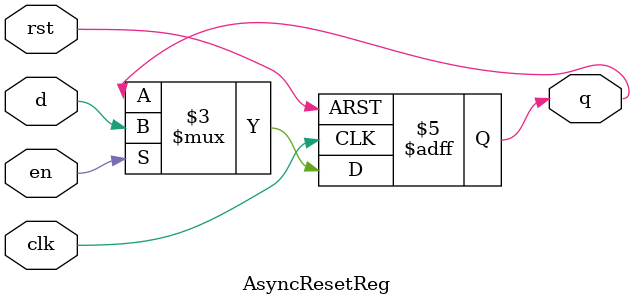
<source format=v>

/** This black-boxes an Async Reset
  * Reg.
  *  
  * Because Chisel doesn't support
  * parameterized black boxes, 
  * we unfortunately have to 
  * instantiate a number of these.
  *  
  * We also have to hard-code the set/reset.
  *  
  *  Do not confuse an asynchronous
  *  reset signal with an asynchronously
  *  reset reg. You should still 
  *  properly synchronize your reset 
  *  deassertion.
  *  
  *  @param d Data input
  *  @param q Data Output
  *  @param clk Clock Input
  *  @param rst Reset Input
  *  @param en Write Enable Input
  *  
  */

`ifdef RANDOMIZE_GARBAGE_ASSIGN
`define RANDOMIZE
`endif
`ifdef RANDOMIZE_INVALID_ASSIGN
`define RANDOMIZE
`endif
`ifdef RANDOMIZE_REG_INIT
`define RANDOMIZE
`endif
`ifdef RANDOMIZE_MEM_INIT
`define RANDOMIZE
`endif

module AsyncResetReg (
                      input      d,
                      output reg q,
                      input      en,

                      input      clk,
                      input      rst);
   
   initial begin
`ifdef RANDOMIZE
      integer                       initvar;
      reg [31:0]                    _RAND;
      _RAND = {1{$random}};
`endif
      if (rst) begin
`ifdef verilator
      q = 1'b0;
`endif
      end 
`ifdef RANDOMIZE
 `ifndef verilator
 `endif
 `ifdef RANDOMIZE_REG_INIT
      else begin
         #0.002 begin end
         q = _RAND[0];
      end
 `endif
`endif //  `ifdef RANDOMIZE   
   end
   
   always @(posedge clk or posedge rst) begin

      if (rst) begin
         q <= 1'b0;
      end else if (en) begin
         q <= d;
      end
   end

endmodule // AsyncResetReg


</source>
